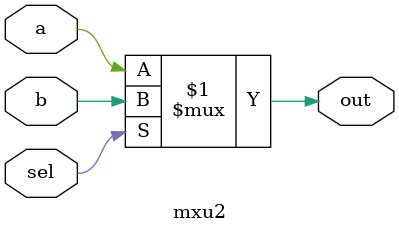
<source format=v>
module mxu2(
	a,
	b,
	sel,
	out
);

	input a,b,sel;
	output out;
	
	assign out=sel?b:a;
	
	
	


endmodule
</source>
